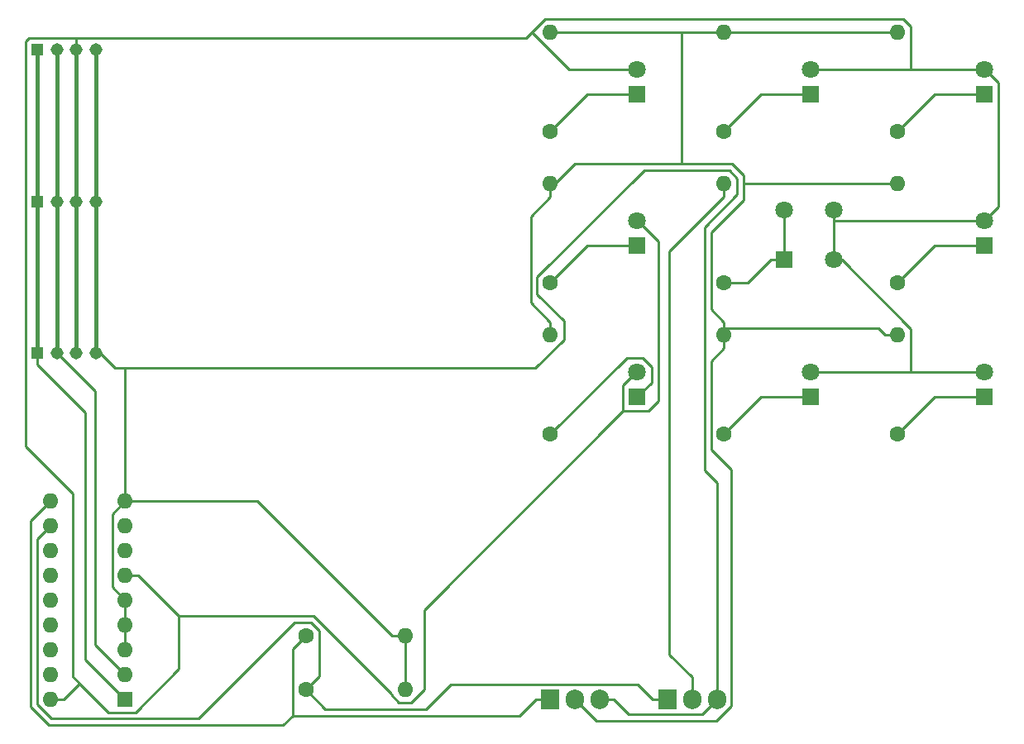
<source format=gbr>
%TF.GenerationSoftware,KiCad,Pcbnew,(5.1.10)-1*%
%TF.CreationDate,2022-06-08T23:05:14+10:00*%
%TF.ProjectId,beehive,62656568-6976-4652-9e6b-696361645f70,rev?*%
%TF.SameCoordinates,Original*%
%TF.FileFunction,Copper,L2,Bot*%
%TF.FilePolarity,Positive*%
%FSLAX46Y46*%
G04 Gerber Fmt 4.6, Leading zero omitted, Abs format (unit mm)*
G04 Created by KiCad (PCBNEW (5.1.10)-1) date 2022-06-08 23:05:14*
%MOMM*%
%LPD*%
G01*
G04 APERTURE LIST*
%TA.AperFunction,ComponentPad*%
%ADD10C,1.308000*%
%TD*%
%TA.AperFunction,ComponentPad*%
%ADD11R,1.308000X1.308000*%
%TD*%
%TA.AperFunction,ComponentPad*%
%ADD12O,1.600000X1.600000*%
%TD*%
%TA.AperFunction,ComponentPad*%
%ADD13C,1.600000*%
%TD*%
%TA.AperFunction,ComponentPad*%
%ADD14C,1.800000*%
%TD*%
%TA.AperFunction,ComponentPad*%
%ADD15R,1.800000X1.800000*%
%TD*%
%TA.AperFunction,ComponentPad*%
%ADD16R,1.905000X2.000000*%
%TD*%
%TA.AperFunction,ComponentPad*%
%ADD17O,1.905000X2.000000*%
%TD*%
%TA.AperFunction,ComponentPad*%
%ADD18R,1.600000X1.600000*%
%TD*%
%TA.AperFunction,Conductor*%
%ADD19C,0.250000*%
%TD*%
%TA.AperFunction,Conductor*%
%ADD20C,0.400000*%
%TD*%
G04 APERTURE END LIST*
D10*
%TO.P,J3,4*%
%TO.N,GND*%
X111000000Y-66500000D03*
%TO.P,J3,3*%
%TO.N,+5V*%
X109000000Y-66500000D03*
%TO.P,J3,2*%
%TO.N,SDA*%
X107000000Y-66500000D03*
D11*
%TO.P,J3,1*%
%TO.N,SCL*%
X105000000Y-66500000D03*
%TD*%
D10*
%TO.P,J2,4*%
%TO.N,GND*%
X111000000Y-82000000D03*
%TO.P,J2,3*%
%TO.N,+5V*%
X109000000Y-82000000D03*
%TO.P,J2,2*%
%TO.N,SDA*%
X107000000Y-82000000D03*
D11*
%TO.P,J2,1*%
%TO.N,SCL*%
X105000000Y-82000000D03*
%TD*%
D10*
%TO.P,J1,4*%
%TO.N,GND*%
X111000000Y-97500000D03*
%TO.P,J1,3*%
%TO.N,+5V*%
X109000000Y-97500000D03*
%TO.P,J1,2*%
%TO.N,SDA*%
X107000000Y-97500000D03*
D11*
%TO.P,J1,1*%
%TO.N,SCL*%
X105000000Y-97500000D03*
%TD*%
D12*
%TO.P,R10,2*%
%TO.N,GND*%
X142660000Y-126500000D03*
D13*
%TO.P,R10,1*%
%TO.N,RedLight*%
X132500000Y-126500000D03*
%TD*%
D12*
%TO.P,R9,2*%
%TO.N,GND*%
X142660000Y-132000000D03*
D13*
%TO.P,R9,1*%
%TO.N,WhiteLight*%
X132500000Y-132000000D03*
%TD*%
D12*
%TO.P,R8,2*%
%TO.N,Net-(Q1-Pad2)*%
X193100000Y-80180000D03*
D13*
%TO.P,R8,1*%
%TO.N,Net-(D8-Pad1)*%
X193100000Y-90340000D03*
%TD*%
D12*
%TO.P,R7,2*%
%TO.N,Net-(Q1-Pad2)*%
X193100000Y-64670000D03*
D13*
%TO.P,R7,1*%
%TO.N,Net-(D7-Pad1)*%
X193100000Y-74830000D03*
%TD*%
D12*
%TO.P,R6,2*%
%TO.N,Net-(Q1-Pad2)*%
X175320000Y-64670000D03*
D13*
%TO.P,R6,1*%
%TO.N,Net-(D6-Pad1)*%
X175320000Y-74830000D03*
%TD*%
D12*
%TO.P,R5,2*%
%TO.N,Net-(Q1-Pad2)*%
X157540000Y-64670000D03*
D13*
%TO.P,R5,1*%
%TO.N,Net-(D5-Pad1)*%
X157540000Y-74830000D03*
%TD*%
D12*
%TO.P,R4,2*%
%TO.N,Net-(Q1-Pad2)*%
X157540000Y-80180000D03*
D13*
%TO.P,R4,1*%
%TO.N,Net-(D4-Pad1)*%
X157540000Y-90340000D03*
%TD*%
D12*
%TO.P,R3,2*%
%TO.N,Net-(Q1-Pad2)*%
X157540000Y-95690000D03*
D13*
%TO.P,R3,1*%
%TO.N,Net-(D3-Pad1)*%
X157540000Y-105850000D03*
%TD*%
D12*
%TO.P,R2,2*%
%TO.N,Net-(Q1-Pad2)*%
X175320000Y-95690000D03*
D13*
%TO.P,R2,1*%
%TO.N,Net-(D2-Pad1)*%
X175320000Y-105850000D03*
%TD*%
D14*
%TO.P,D8,2*%
%TO.N,+5V*%
X201990000Y-83990000D03*
D15*
%TO.P,D8,1*%
%TO.N,Net-(D8-Pad1)*%
X201990000Y-86530000D03*
%TD*%
D14*
%TO.P,D7,2*%
%TO.N,+5V*%
X201990000Y-68480000D03*
D15*
%TO.P,D7,1*%
%TO.N,Net-(D7-Pad1)*%
X201990000Y-71020000D03*
%TD*%
D14*
%TO.P,D6,2*%
%TO.N,+5V*%
X184210000Y-68480000D03*
D15*
%TO.P,D6,1*%
%TO.N,Net-(D6-Pad1)*%
X184210000Y-71020000D03*
%TD*%
D14*
%TO.P,D5,2*%
%TO.N,+5V*%
X166430000Y-68480000D03*
D15*
%TO.P,D5,1*%
%TO.N,Net-(D5-Pad1)*%
X166430000Y-71020000D03*
%TD*%
D14*
%TO.P,D4,2*%
%TO.N,+5V*%
X166430000Y-83990000D03*
D15*
%TO.P,D4,1*%
%TO.N,Net-(D4-Pad1)*%
X166430000Y-86530000D03*
%TD*%
D14*
%TO.P,D3,2*%
%TO.N,+5V*%
X166430000Y-99500000D03*
D15*
%TO.P,D3,1*%
%TO.N,Net-(D3-Pad1)*%
X166430000Y-102040000D03*
%TD*%
D14*
%TO.P,D2,2*%
%TO.N,+5V*%
X184210000Y-99500000D03*
D15*
%TO.P,D2,1*%
%TO.N,Net-(D2-Pad1)*%
X184210000Y-102040000D03*
%TD*%
D16*
%TO.P,Q1,1*%
%TO.N,RedLight*%
X157500000Y-133000000D03*
D17*
%TO.P,Q1,2*%
%TO.N,Net-(Q1-Pad2)*%
X160040000Y-133000000D03*
%TO.P,Q1,3*%
%TO.N,GND*%
X162580000Y-133000000D03*
%TD*%
D16*
%TO.P,Q0,1*%
%TO.N,WhiteLight*%
X169500000Y-133000000D03*
D17*
%TO.P,Q0,2*%
%TO.N,Net-(Q0-Pad2)*%
X172040000Y-133000000D03*
%TO.P,Q0,3*%
%TO.N,GND*%
X174580000Y-133000000D03*
%TD*%
D12*
%TO.P,R0,2*%
%TO.N,Net-(Q0-Pad2)*%
X175320000Y-80180000D03*
D13*
%TO.P,R0,1*%
%TO.N,Net-(D0-Pad1)*%
X175320000Y-90340000D03*
%TD*%
D14*
%TO.P,D0,2*%
%TO.N,+5V*%
X186580000Y-82920000D03*
X186580000Y-88000000D03*
%TO.P,D0,1*%
%TO.N,Net-(D0-Pad1)*%
X181500000Y-82920000D03*
D15*
X181500000Y-88000000D03*
%TD*%
D14*
%TO.P,D1,2*%
%TO.N,+5V*%
X201990000Y-99500000D03*
D15*
%TO.P,D1,1*%
%TO.N,Net-(D1-Pad1)*%
X201990000Y-102040000D03*
%TD*%
D12*
%TO.P,U1,18*%
%TO.N,+5V*%
X106380000Y-133000000D03*
%TO.P,U1,9*%
%TO.N,GND*%
X114000000Y-112680000D03*
%TO.P,U1,17*%
%TO.N,N/C*%
X106380000Y-130460000D03*
%TO.P,U1,8*%
X114000000Y-115220000D03*
%TO.P,U1,16*%
X106380000Y-127920000D03*
%TO.P,U1,7*%
X114000000Y-117760000D03*
%TO.P,U1,15*%
X106380000Y-125380000D03*
%TO.P,U1,6*%
%TO.N,+5V*%
X114000000Y-120300000D03*
%TO.P,U1,14*%
%TO.N,N/C*%
X106380000Y-122840000D03*
%TO.P,U1,5*%
%TO.N,GND*%
X114000000Y-122840000D03*
%TO.P,U1,13*%
%TO.N,N/C*%
X106380000Y-120300000D03*
%TO.P,U1,4*%
%TO.N,GND*%
X114000000Y-125380000D03*
%TO.P,U1,12*%
%TO.N,N/C*%
X106380000Y-117760000D03*
%TO.P,U1,3*%
%TO.N,GND*%
X114000000Y-127920000D03*
%TO.P,U1,11*%
%TO.N,WhiteLight*%
X106380000Y-115220000D03*
%TO.P,U1,2*%
%TO.N,SDA*%
X114000000Y-130460000D03*
%TO.P,U1,10*%
%TO.N,RedLight*%
X106380000Y-112680000D03*
D18*
%TO.P,U1,1*%
%TO.N,SCL*%
X114000000Y-133000000D03*
%TD*%
D12*
%TO.P,R1,2*%
%TO.N,Net-(Q1-Pad2)*%
X193100000Y-95690000D03*
D13*
%TO.P,R1,1*%
%TO.N,Net-(D1-Pad1)*%
X193100000Y-105850000D03*
%TD*%
D19*
%TO.N,+5V*%
X155655700Y-64662600D02*
X157022500Y-63295800D01*
X157022500Y-63295800D02*
X193660300Y-63295800D01*
X193660300Y-63295800D02*
X194425200Y-64060700D01*
X194425200Y-64060700D02*
X194425200Y-68480000D01*
X109000000Y-65308200D02*
X155010100Y-65308200D01*
X155010100Y-65308200D02*
X155655700Y-64662600D01*
X155655700Y-64662600D02*
X159473000Y-68480000D01*
X159473000Y-68480000D02*
X166430000Y-68480000D01*
X194425200Y-68480000D02*
X201990000Y-68480000D01*
X184210000Y-68480000D02*
X194425200Y-68480000D01*
X194452300Y-99500000D02*
X184210000Y-99500000D01*
X201990000Y-99500000D02*
X194452300Y-99500000D01*
X186580000Y-88000000D02*
X187357900Y-88000000D01*
X187357900Y-88000000D02*
X194452300Y-95094400D01*
X194452300Y-95094400D02*
X194452300Y-99500000D01*
X186580000Y-83990000D02*
X186580000Y-88000000D01*
X201990000Y-68480000D02*
X202007700Y-68480000D01*
X202007700Y-68480000D02*
X203415300Y-69887600D01*
X203415300Y-69887600D02*
X203415300Y-82564700D01*
X203415300Y-82564700D02*
X201990000Y-83990000D01*
X119468700Y-124468500D02*
X119468700Y-129902900D01*
X119468700Y-129902900D02*
X115046400Y-134325200D01*
X115046400Y-134325200D02*
X112282700Y-134325200D01*
X112282700Y-134325200D02*
X109331300Y-131373800D01*
X164980700Y-103490100D02*
X144604100Y-123866700D01*
X144604100Y-123866700D02*
X144604100Y-131979900D01*
X144604100Y-131979900D02*
X143244400Y-133339600D01*
X143244400Y-133339600D02*
X142020300Y-133339600D01*
X142020300Y-133339600D02*
X141215900Y-132535200D01*
X141215900Y-132535200D02*
X141215900Y-132420200D01*
X141215900Y-132420200D02*
X133264200Y-124468500D01*
X133264200Y-124468500D02*
X119468700Y-124468500D01*
X119468700Y-124468500D02*
X115325100Y-120324900D01*
X115325100Y-120324900D02*
X115325100Y-120300000D01*
X109331300Y-131373800D02*
X108633000Y-130675500D01*
X108633000Y-130675500D02*
X108633000Y-111929200D01*
X108633000Y-111929200D02*
X103820800Y-107117000D01*
X103820800Y-107117000D02*
X103820800Y-65609800D01*
X103820800Y-65609800D02*
X104122400Y-65308200D01*
X104122400Y-65308200D02*
X109000000Y-65308200D01*
X109331300Y-131373800D02*
X107705100Y-133000000D01*
X106380000Y-133000000D02*
X107705100Y-133000000D01*
X114000000Y-120300000D02*
X115325100Y-120300000D01*
X109000000Y-66500000D02*
X109000000Y-65308200D01*
X166430000Y-99500000D02*
X166303500Y-99500000D01*
X166303500Y-99500000D02*
X164980700Y-100822800D01*
X164980700Y-100822800D02*
X164980700Y-103490100D01*
X164980700Y-103490100D02*
X167560900Y-103490100D01*
X167560900Y-103490100D02*
X168602300Y-102448700D01*
X168602300Y-102448700D02*
X168602300Y-86084700D01*
X168602300Y-86084700D02*
X166507600Y-83990000D01*
X166507600Y-83990000D02*
X166430000Y-83990000D01*
X186580000Y-83990000D02*
X186580000Y-82920000D01*
X186580000Y-83990000D02*
X201990000Y-83990000D01*
D20*
X109000000Y-66500000D02*
X109000000Y-82000000D01*
X109000000Y-82000000D02*
X109000000Y-97500000D01*
D19*
%TO.N,Net-(D1-Pad1)*%
X201990000Y-102040000D02*
X196910000Y-102040000D01*
X196910000Y-102040000D02*
X193100000Y-105850000D01*
%TO.N,SCL*%
X105000000Y-97500000D02*
X105000000Y-98679100D01*
X105000000Y-98679100D02*
X109953200Y-103632300D01*
X109953200Y-103632300D02*
X109953200Y-128953200D01*
X109953200Y-128953200D02*
X114000000Y-133000000D01*
D20*
X105000000Y-82000000D02*
X105000000Y-97500000D01*
X105000000Y-66500000D02*
X105000000Y-82000000D01*
D19*
%TO.N,SDA*%
X114000000Y-130460000D02*
X110928200Y-127388200D01*
X110928200Y-127388200D02*
X110928200Y-101428200D01*
X110928200Y-101428200D02*
X107000000Y-97500000D01*
D20*
X107000000Y-82000000D02*
X107000000Y-97500000D01*
X107000000Y-66500000D02*
X107000000Y-82000000D01*
D19*
%TO.N,GND*%
X114000000Y-112680000D02*
X112674000Y-114006000D01*
X112674000Y-114006000D02*
X112674000Y-121514000D01*
X112674000Y-121514000D02*
X114000000Y-122840000D01*
X141334900Y-126500000D02*
X127514900Y-112680000D01*
X127514900Y-112680000D02*
X114000000Y-112680000D01*
X114000000Y-99097400D02*
X156013000Y-99097400D01*
X156013000Y-99097400D02*
X158903300Y-96207100D01*
X158903300Y-96207100D02*
X158903300Y-94238100D01*
X158903300Y-94238100D02*
X156170000Y-91504800D01*
X156170000Y-91504800D02*
X156170000Y-89780000D01*
X156170000Y-89780000D02*
X167131100Y-78818900D01*
X167131100Y-78818900D02*
X175835000Y-78818900D01*
X175835000Y-78818900D02*
X176650900Y-79634800D01*
X176650900Y-79634800D02*
X176650900Y-81311500D01*
X176650900Y-81311500D02*
X173330400Y-84632000D01*
X173330400Y-84632000D02*
X173330400Y-109567100D01*
X173330400Y-109567100D02*
X174580000Y-110816700D01*
X174580000Y-110816700D02*
X174580000Y-133000000D01*
X111000000Y-97103800D02*
X112993600Y-99097400D01*
X112993600Y-99097400D02*
X114000000Y-99097400D01*
X114000000Y-99097400D02*
X114000000Y-112680000D01*
X142660000Y-132000000D02*
X142660000Y-126500000D01*
X164057600Y-133000000D02*
X165582800Y-134525200D01*
X165582800Y-134525200D02*
X173054800Y-134525200D01*
X173054800Y-134525200D02*
X174580000Y-133000000D01*
D20*
X111000000Y-66500000D02*
X111000000Y-82000000D01*
D19*
X162580000Y-133000000D02*
X164057600Y-133000000D01*
X142660000Y-126500000D02*
X141334900Y-126500000D01*
X114000000Y-125380000D02*
X114000000Y-122840000D01*
X114000000Y-127920000D02*
X114000000Y-125380000D01*
D20*
X111000000Y-97103800D02*
X111000000Y-97500000D01*
X111000000Y-82000000D02*
X111000000Y-97103800D01*
D19*
%TO.N,Net-(Q1-Pad2)*%
X170945600Y-78168800D02*
X160051200Y-78168800D01*
X160051200Y-78168800D02*
X157540000Y-80680000D01*
X177301000Y-80180000D02*
X177301000Y-79365500D01*
X177301000Y-79365500D02*
X176104300Y-78168800D01*
X176104300Y-78168800D02*
X170945600Y-78168800D01*
X170945600Y-78168800D02*
X170945600Y-64670000D01*
X170945600Y-64670000D02*
X175320000Y-64670000D01*
X157540000Y-64670000D02*
X170945600Y-64670000D01*
X175320000Y-94364900D02*
X173994800Y-93039700D01*
X173994800Y-93039700D02*
X173994800Y-85212200D01*
X173994800Y-85212200D02*
X177301000Y-81906000D01*
X177301000Y-81906000D02*
X177301000Y-80180000D01*
X177301000Y-80180000D02*
X191774900Y-80180000D01*
X193100000Y-80180000D02*
X191774900Y-80180000D01*
X193100000Y-95690000D02*
X191774900Y-95690000D01*
X175320000Y-95027400D02*
X191112300Y-95027400D01*
X191112300Y-95027400D02*
X191774900Y-95690000D01*
X175320000Y-95027400D02*
X175320000Y-94364900D01*
X175320000Y-95690000D02*
X175320000Y-95027400D01*
X157540000Y-81505100D02*
X155519900Y-83525200D01*
X155519900Y-83525200D02*
X155519900Y-92344800D01*
X155519900Y-92344800D02*
X157540000Y-94364900D01*
X175320000Y-64670000D02*
X193100000Y-64670000D01*
X157540000Y-80680000D02*
X157540000Y-81505100D01*
X157540000Y-80180000D02*
X157540000Y-80680000D01*
X157540000Y-95690000D02*
X157540000Y-94364900D01*
X160040000Y-133000000D02*
X162217600Y-135177600D01*
X162217600Y-135177600D02*
X174539700Y-135177600D01*
X174539700Y-135177600D02*
X176063200Y-133654100D01*
X176063200Y-133654100D02*
X176063200Y-109512700D01*
X176063200Y-109512700D02*
X173984200Y-107433700D01*
X173984200Y-107433700D02*
X173984200Y-98350900D01*
X173984200Y-98350900D02*
X175320000Y-97015100D01*
X175320000Y-95690000D02*
X175320000Y-97015100D01*
%TO.N,RedLight*%
X106380000Y-112680000D02*
X104351900Y-114708100D01*
X104351900Y-114708100D02*
X104351900Y-133787500D01*
X104351900Y-133787500D02*
X106205300Y-135640900D01*
X106205300Y-135640900D02*
X130172800Y-135640900D01*
X130172800Y-135640900D02*
X131137300Y-134676400D01*
X131137300Y-134676400D02*
X131137300Y-127862700D01*
X131137300Y-127862700D02*
X132500000Y-126500000D01*
X131137300Y-134676400D02*
X154346000Y-134676400D01*
X154346000Y-134676400D02*
X156022400Y-133000000D01*
X157500000Y-133000000D02*
X156022400Y-133000000D01*
%TO.N,Net-(D0-Pad1)*%
X181500000Y-82920000D02*
X181500000Y-88000000D01*
X181500000Y-88000000D02*
X180074900Y-88000000D01*
X180074900Y-88000000D02*
X177734900Y-90340000D01*
X177734900Y-90340000D02*
X175320000Y-90340000D01*
%TO.N,Net-(Q0-Pad2)*%
X175320000Y-80180000D02*
X175320000Y-81505100D01*
X172040000Y-133000000D02*
X172040000Y-130726900D01*
X172040000Y-130726900D02*
X169734500Y-128421400D01*
X169734500Y-128421400D02*
X169734500Y-87090600D01*
X169734500Y-87090600D02*
X175320000Y-81505100D01*
%TO.N,WhiteLight*%
X106380000Y-115220000D02*
X105002000Y-116598000D01*
X105002000Y-116598000D02*
X105002000Y-133518200D01*
X105002000Y-133518200D02*
X106474600Y-134990800D01*
X106474600Y-134990800D02*
X121538600Y-134990800D01*
X121538600Y-134990800D02*
X131357500Y-125171900D01*
X131357500Y-125171900D02*
X133048200Y-125171900D01*
X133048200Y-125171900D02*
X133847400Y-125971100D01*
X133847400Y-125971100D02*
X133847400Y-130652600D01*
X133847400Y-130652600D02*
X132500000Y-132000000D01*
X168022400Y-133000000D02*
X166488300Y-131465900D01*
X166488300Y-131465900D02*
X147315000Y-131465900D01*
X147315000Y-131465900D02*
X144779900Y-134001000D01*
X144779900Y-134001000D02*
X134501000Y-134001000D01*
X134501000Y-134001000D02*
X132500000Y-132000000D01*
X169500000Y-133000000D02*
X168022400Y-133000000D01*
%TO.N,Net-(D2-Pad1)*%
X184210000Y-102040000D02*
X179130000Y-102040000D01*
X179130000Y-102040000D02*
X175320000Y-105850000D01*
%TO.N,Net-(D3-Pad1)*%
X166430000Y-102040000D02*
X167908300Y-100561700D01*
X167908300Y-100561700D02*
X167908300Y-98946800D01*
X167908300Y-98946800D02*
X167002900Y-98041400D01*
X167002900Y-98041400D02*
X165348600Y-98041400D01*
X165348600Y-98041400D02*
X157540000Y-105850000D01*
%TO.N,Net-(D4-Pad1)*%
X166430000Y-86530000D02*
X161350000Y-86530000D01*
X161350000Y-86530000D02*
X157540000Y-90340000D01*
%TO.N,Net-(D5-Pad1)*%
X166430000Y-71020000D02*
X161350000Y-71020000D01*
X161350000Y-71020000D02*
X157540000Y-74830000D01*
%TO.N,Net-(D6-Pad1)*%
X184210000Y-71020000D02*
X179130000Y-71020000D01*
X179130000Y-71020000D02*
X175320000Y-74830000D01*
%TO.N,Net-(D7-Pad1)*%
X201990000Y-71020000D02*
X196910000Y-71020000D01*
X196910000Y-71020000D02*
X193100000Y-74830000D01*
%TO.N,Net-(D8-Pad1)*%
X201990000Y-86530000D02*
X196910000Y-86530000D01*
X196910000Y-86530000D02*
X193100000Y-90340000D01*
%TD*%
M02*

</source>
